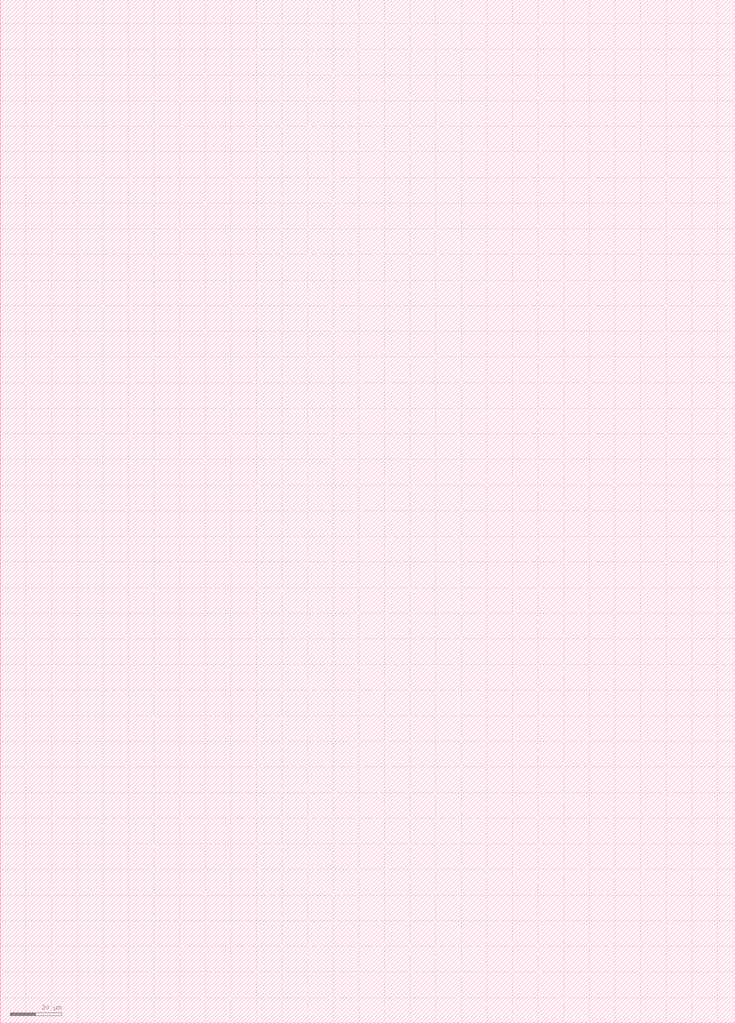
<source format=lef>
# Copyright 2020 The SkyWater PDK Authors
#
# Licensed under the Apache License, Version 2.0 (the "License");
# you may not use this file except in compliance with the License.
# You may obtain a copy of the License at
#
#     https://www.apache.org/licenses/LICENSE-2.0
#
# Unless required by applicable law or agreed to in writing, software
# distributed under the License is distributed on an "AS IS" BASIS,
# WITHOUT WARRANTIES OR CONDITIONS OF ANY KIND, either express or implied.
# See the License for the specific language governing permissions and
# limitations under the License.
#
# SPDX-License-Identifier: Apache-2.0

VERSION 5.7 ;
  NOWIREEXTENSIONATPIN ON ;
  DIVIDERCHAR "/" ;
  BUSBITCHARS "[]" ;
MACRO sky130_fd_pr__waffle_drops__example_204315692
  CLASS BLOCK ;
  FOREIGN sky130_fd_pr__waffle_drops__example_204315692 ;
  ORIGIN  0.000000  0.000000 ;
  SIZE  287.0000 BY  399.3200 ;
END sky130_fd_pr__waffle_drops__example_204315692
END LIBRARY

</source>
